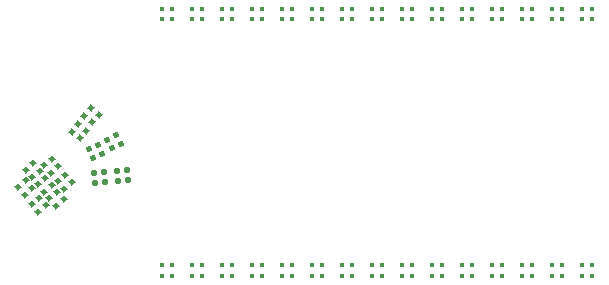
<source format=gbr>
%TF.GenerationSoftware,KiCad,Pcbnew,8.0.1*%
%TF.CreationDate,2024-03-29T07:39:29-07:00*%
%TF.ProjectId,V5LEDboard,56354c45-4462-46f6-9172-642e6b696361,rev?*%
%TF.SameCoordinates,Original*%
%TF.FileFunction,Paste,Top*%
%TF.FilePolarity,Positive*%
%FSLAX46Y46*%
G04 Gerber Fmt 4.6, Leading zero omitted, Abs format (unit mm)*
G04 Created by KiCad (PCBNEW 8.0.1) date 2024-03-29 07:39:29*
%MOMM*%
%LPD*%
G01*
G04 APERTURE LIST*
G04 Aperture macros list*
%AMRotRect*
0 Rectangle, with rotation*
0 The origin of the aperture is its center*
0 $1 length*
0 $2 width*
0 $3 Rotation angle, in degrees counterclockwise*
0 Add horizontal line*
21,1,$1,$2,0,0,$3*%
G04 Aperture macros list end*
%ADD10R,0.450000X0.450000*%
%ADD11RotRect,0.450000X0.450000X118.000000*%
%ADD12RotRect,0.450000X0.450000X95.000000*%
%ADD13RotRect,0.450000X0.450000X220.500000*%
%ADD14RotRect,0.450000X0.450000X141.000000*%
G04 APERTURE END LIST*
D10*
%TO.C,D16*%
X122765000Y-105791000D03*
X123615000Y-105791000D03*
X122765000Y-106641000D03*
X123615000Y-106641000D03*
%TD*%
%TO.C,D17*%
X125305000Y-105791000D03*
X126155000Y-105791000D03*
X125305000Y-106641000D03*
X126155000Y-106641000D03*
%TD*%
%TO.C,D12*%
X130385000Y-84074000D03*
X131235000Y-84074000D03*
X130385000Y-84924000D03*
X131235000Y-84924000D03*
%TD*%
%TO.C,D24*%
X143085000Y-105791000D03*
X143935000Y-105791000D03*
X143085000Y-106641000D03*
X143935000Y-106641000D03*
%TD*%
%TO.C,D18*%
X127845000Y-105791000D03*
X128695000Y-105791000D03*
X127845000Y-106641000D03*
X128695000Y-106641000D03*
%TD*%
D11*
%TO.C,D34*%
X118543873Y-95875578D03*
X118144822Y-95125073D03*
X119294378Y-95476527D03*
X118895327Y-94726022D03*
%TD*%
D10*
%TO.C,D11*%
X132925000Y-84074000D03*
X133775000Y-84074000D03*
X132925000Y-84924000D03*
X133775000Y-84924000D03*
%TD*%
%TO.C,D20*%
X132925000Y-105791000D03*
X133775000Y-105791000D03*
X132925000Y-106641000D03*
X133775000Y-106641000D03*
%TD*%
D12*
%TO.C,D36*%
X119069859Y-98631424D03*
X118995776Y-97784659D03*
X119916624Y-98557341D03*
X119842541Y-97710576D03*
%TD*%
D13*
%TO.C,D43*%
X113451379Y-99005561D03*
X112805039Y-99557579D03*
X112899361Y-98359221D03*
X112253021Y-98911239D03*
%TD*%
D10*
%TO.C,D9*%
X138005000Y-84074000D03*
X138855000Y-84074000D03*
X138005000Y-84924000D03*
X138855000Y-84924000D03*
%TD*%
D13*
%TO.C,D41*%
X114441979Y-100173961D03*
X113795639Y-100725979D03*
X113889961Y-99527621D03*
X113243621Y-100079639D03*
%TD*%
D10*
%TO.C,D28*%
X153245000Y-105791000D03*
X154095000Y-105791000D03*
X153245000Y-106641000D03*
X154095000Y-106641000D03*
%TD*%
D13*
%TO.C,D42*%
X115127779Y-98751561D03*
X114481439Y-99303579D03*
X114575761Y-98105221D03*
X113929421Y-98657239D03*
%TD*%
D10*
%TO.C,D26*%
X148165000Y-105791000D03*
X149015000Y-105791000D03*
X148165000Y-106641000D03*
X149015000Y-106641000D03*
%TD*%
%TO.C,D21*%
X135465000Y-105791000D03*
X136315000Y-105791000D03*
X135465000Y-106641000D03*
X136315000Y-106641000D03*
%TD*%
%TO.C,D4*%
X150705000Y-84074000D03*
X151555000Y-84074000D03*
X150705000Y-84924000D03*
X151555000Y-84924000D03*
%TD*%
D13*
%TO.C,D40*%
X112943388Y-100681956D03*
X112297044Y-101233988D03*
X112391356Y-100035612D03*
X111745012Y-100587644D03*
%TD*%
D10*
%TO.C,D5*%
X148165000Y-84074000D03*
X149015000Y-84074000D03*
X148165000Y-84924000D03*
X149015000Y-84924000D03*
%TD*%
%TO.C,D3*%
X153245000Y-84074000D03*
X154095000Y-84074000D03*
X153245000Y-84924000D03*
X154095000Y-84924000D03*
%TD*%
D13*
%TO.C,D37*%
X113984779Y-97405361D03*
X113338439Y-97957379D03*
X113432761Y-96759021D03*
X112786421Y-97311039D03*
%TD*%
D10*
%TO.C,D15*%
X122765000Y-84074000D03*
X123615000Y-84074000D03*
X122765000Y-84924000D03*
X123615000Y-84924000D03*
%TD*%
%TO.C,D19*%
X130385000Y-105791000D03*
X131235000Y-105791000D03*
X130385000Y-106641000D03*
X131235000Y-106641000D03*
%TD*%
%TO.C,D27*%
X150705000Y-105791000D03*
X151555000Y-105791000D03*
X150705000Y-106641000D03*
X151555000Y-106641000D03*
%TD*%
D13*
%TO.C,D39*%
X111800379Y-99234161D03*
X111154039Y-99786179D03*
X111248361Y-98587821D03*
X110602021Y-99139839D03*
%TD*%
D14*
%TO.C,D32*%
X116864052Y-93676896D03*
X116203478Y-93141974D03*
X117398974Y-93016322D03*
X116738400Y-92481400D03*
%TD*%
D10*
%TO.C,D8*%
X140545000Y-84074000D03*
X141395000Y-84074000D03*
X140545000Y-84924000D03*
X141395000Y-84924000D03*
%TD*%
D14*
%TO.C,D31*%
X115797252Y-95023096D03*
X115136678Y-94488174D03*
X116332174Y-94362522D03*
X115671600Y-93827600D03*
%TD*%
D11*
%TO.C,D33*%
X116969073Y-96713778D03*
X116570022Y-95963273D03*
X117719578Y-96314727D03*
X117320527Y-95564222D03*
%TD*%
D10*
%TO.C,D29*%
X155785000Y-105791000D03*
X156635000Y-105791000D03*
X155785000Y-106641000D03*
X156635000Y-106641000D03*
%TD*%
%TO.C,D2*%
X155785000Y-84074000D03*
X156635000Y-84074000D03*
X155785000Y-84924000D03*
X156635000Y-84924000D03*
%TD*%
%TO.C,D6*%
X145625000Y-84074000D03*
X146475000Y-84074000D03*
X145625000Y-84924000D03*
X146475000Y-84924000D03*
%TD*%
%TO.C,D23*%
X140545000Y-105791000D03*
X141395000Y-105791000D03*
X140545000Y-106641000D03*
X141395000Y-106641000D03*
%TD*%
%TO.C,D30*%
X158325000Y-105791000D03*
X159175000Y-105791000D03*
X158325000Y-106641000D03*
X159175000Y-106641000D03*
%TD*%
%TO.C,D7*%
X143085000Y-84074000D03*
X143935000Y-84074000D03*
X143085000Y-84924000D03*
X143935000Y-84924000D03*
%TD*%
%TO.C,D25*%
X145625000Y-105791000D03*
X146475000Y-105791000D03*
X145625000Y-106641000D03*
X146475000Y-106641000D03*
%TD*%
%TO.C,D22*%
X138005000Y-105791000D03*
X138855000Y-105791000D03*
X138005000Y-106641000D03*
X138855000Y-106641000D03*
%TD*%
%TO.C,D13*%
X127845000Y-84074000D03*
X128695000Y-84074000D03*
X127845000Y-84924000D03*
X128695000Y-84924000D03*
%TD*%
D12*
%TO.C,D35*%
X117114059Y-98809224D03*
X117039976Y-97962459D03*
X117960824Y-98735141D03*
X117886741Y-97888376D03*
%TD*%
D10*
%TO.C,D14*%
X125305000Y-84074000D03*
X126155000Y-84074000D03*
X125305000Y-84924000D03*
X126155000Y-84924000D03*
%TD*%
%TO.C,D1*%
X158325000Y-84074000D03*
X159175000Y-84074000D03*
X158325000Y-84924000D03*
X159175000Y-84924000D03*
%TD*%
%TO.C,D10*%
X135465000Y-84074000D03*
X136315000Y-84074000D03*
X135465000Y-84924000D03*
X136315000Y-84924000D03*
%TD*%
D13*
%TO.C,D38*%
X112435379Y-97786361D03*
X111789039Y-98338379D03*
X111883361Y-97140021D03*
X111237021Y-97692039D03*
%TD*%
M02*

</source>
